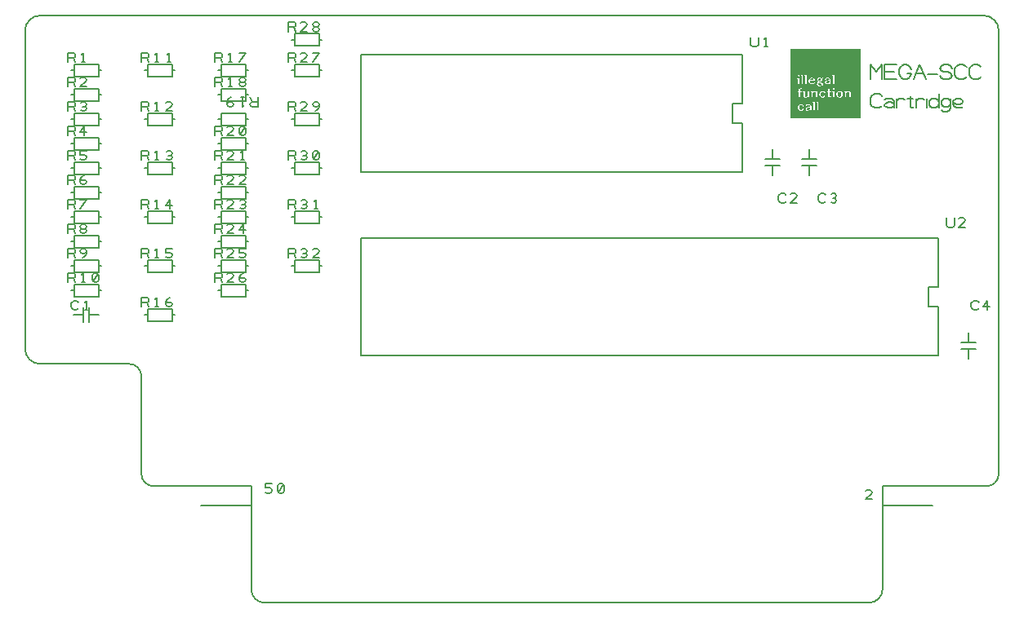
<source format=gbr>
G04 DesignSpark PCB PRO Gerber Version 10.0 Build 5299*
G04 #@! TF.Part,Single*
G04 #@! TF.FileFunction,Legend,Top*
G04 #@! TF.FilePolarity,Positive*
%FSLAX35Y35*%
%MOIN*%
%ADD90C,0.00197*%
%ADD11C,0.00500*%
%ADD91C,0.00787*%
G04 #@! TD.AperFunction*
X0Y0D02*
D02*
D11*
X32750Y140589D02*
Y144339D01*
X34937D01*
X35563Y144027D01*
X35875Y143402D01*
X35563Y142777D01*
X34937Y142464D01*
X32750D01*
X34937D02*
X35875Y140589D01*
X38375D02*
X39625D01*
X39000D02*
Y144339D01*
X38375Y143714D01*
X43063Y140902D02*
X43687Y140589D01*
X44313D01*
X44937Y140902D01*
X45250Y141527D01*
Y143402D01*
X44937Y144027D01*
X44313Y144339D01*
X43687D01*
X43063Y144027D01*
X42750Y143402D01*
Y141527D01*
X43063Y140902D01*
X44937Y144027D01*
X32750Y150589D02*
Y154339D01*
X34937D01*
X35563Y154027D01*
X35875Y153402D01*
X35563Y152777D01*
X34937Y152464D01*
X32750D01*
X34937D02*
X35875Y150589D01*
X38687D02*
X39313Y150902D01*
X39937Y151527D01*
X40250Y152464D01*
Y153402D01*
X39937Y154027D01*
X39313Y154339D01*
X38687D01*
X38063Y154027D01*
X37750Y153402D01*
X38063Y152777D01*
X38687Y152464D01*
X39313D01*
X39937Y152777D01*
X40250Y153402D01*
X32750Y160589D02*
Y164339D01*
X34937D01*
X35563Y164027D01*
X35875Y163402D01*
X35563Y162777D01*
X34937Y162464D01*
X32750D01*
X34937D02*
X35875Y160589D01*
X38687Y162464D02*
X39313D01*
X39937Y162777D01*
X40250Y163402D01*
X39937Y164027D01*
X39313Y164339D01*
X38687D01*
X38063Y164027D01*
X37750Y163402D01*
X38063Y162777D01*
X38687Y162464D01*
X38063Y162152D01*
X37750Y161527D01*
X38063Y160902D01*
X38687Y160589D01*
X39313D01*
X39937Y160902D01*
X40250Y161527D01*
X39937Y162152D01*
X39313Y162464D01*
X32750Y170589D02*
Y174339D01*
X34937D01*
X35563Y174027D01*
X35875Y173402D01*
X35563Y172777D01*
X34937Y172464D01*
X32750D01*
X34937D02*
X35875Y170589D01*
X37750D02*
X40250Y174339D01*
X37750D01*
X32750Y180589D02*
Y184339D01*
X34937D01*
X35563Y184027D01*
X35875Y183402D01*
X35563Y182777D01*
X34937Y182464D01*
X32750D01*
X34937D02*
X35875Y180589D01*
X37750Y181527D02*
X38063Y182152D01*
X38687Y182464D01*
X39313D01*
X39937Y182152D01*
X40250Y181527D01*
X39937Y180902D01*
X39313Y180589D01*
X38687D01*
X38063Y180902D01*
X37750Y181527D01*
Y182464D01*
X38063Y183402D01*
X38687Y184027D01*
X39313Y184339D01*
X32750Y190589D02*
Y194339D01*
X34937D01*
X35563Y194027D01*
X35875Y193402D01*
X35563Y192777D01*
X34937Y192464D01*
X32750D01*
X34937D02*
X35875Y190589D01*
X37750Y190902D02*
X38375Y190589D01*
X39313D01*
X39937Y190902D01*
X40250Y191527D01*
Y191839D01*
X39937Y192464D01*
X39313Y192777D01*
X37750D01*
Y194339D01*
X40250D01*
X32750Y200589D02*
Y204339D01*
X34937D01*
X35563Y204027D01*
X35875Y203402D01*
X35563Y202777D01*
X34937Y202464D01*
X32750D01*
X34937D02*
X35875Y200589D01*
X39313D02*
Y204339D01*
X37750Y201839D01*
X40250D01*
X32750Y210589D02*
Y214339D01*
X34937D01*
X35563Y214027D01*
X35875Y213402D01*
X35563Y212777D01*
X34937Y212464D01*
X32750D01*
X34937D02*
X35875Y210589D01*
X38063Y210902D02*
X38687Y210589D01*
X39313D01*
X39937Y210902D01*
X40250Y211527D01*
X39937Y212152D01*
X39313Y212464D01*
X38687D01*
X39313D02*
X39937Y212777D01*
X40250Y213402D01*
X39937Y214027D01*
X39313Y214339D01*
X38687D01*
X38063Y214027D01*
X32750Y220589D02*
Y224339D01*
X34937D01*
X35563Y224027D01*
X35875Y223402D01*
X35563Y222777D01*
X34937Y222464D01*
X32750D01*
X34937D02*
X35875Y220589D01*
X40250D02*
X37750D01*
X39937Y222777D01*
X40250Y223402D01*
X39937Y224027D01*
X39313Y224339D01*
X38375D01*
X37750Y224027D01*
X32750Y230589D02*
Y234339D01*
X34937D01*
X35563Y234027D01*
X35875Y233402D01*
X35563Y232777D01*
X34937Y232464D01*
X32750D01*
X34937D02*
X35875Y230589D01*
X38375D02*
X39625D01*
X39000D02*
Y234339D01*
X38375Y233714D01*
X37125Y129964D02*
X36813Y129652D01*
X36187Y129339D01*
X35250D01*
X34625Y129652D01*
X34313Y129964D01*
X34000Y130589D01*
Y131839D01*
X34313Y132464D01*
X34625Y132777D01*
X35250Y133089D01*
X36187D01*
X36813Y132777D01*
X37125Y132464D01*
X39625Y129339D02*
X40875D01*
X40250D02*
Y133089D01*
X39625Y132464D01*
X35250Y137152D02*
X34000D01*
X35250Y147152D02*
X34000D01*
X35250Y157152D02*
X34000D01*
X35250Y167152D02*
X34000D01*
X35250Y177152D02*
X34000D01*
X35250Y187152D02*
X34000D01*
X35250Y197152D02*
X34000D01*
X35250Y207152D02*
X34000D01*
X35250Y217152D02*
X34000D01*
X35250Y227152D02*
X34000D01*
X39000Y124152D02*
Y130152D01*
Y127152D02*
X35000D01*
X41500Y124152D02*
Y130152D01*
X45250Y137152D02*
X46500D01*
X45250Y139652D02*
X35250D01*
Y134652D01*
X45250D01*
Y139652D01*
Y147152D02*
X46500D01*
X45250Y149652D02*
X35250D01*
Y144652D01*
X45250D01*
Y149652D01*
Y157152D02*
X46500D01*
X45250Y159652D02*
X35250D01*
Y154652D01*
X45250D01*
Y159652D01*
Y167152D02*
X46500D01*
X45250Y169652D02*
X35250D01*
Y164652D01*
X45250D01*
Y169652D01*
Y177152D02*
X46500D01*
X45250Y179652D02*
X35250D01*
Y174652D01*
X45250D01*
Y179652D01*
Y187152D02*
X46500D01*
X45250Y189652D02*
X35250D01*
Y184652D01*
X45250D01*
Y189652D01*
Y197152D02*
X46500D01*
X45250Y199652D02*
X35250D01*
Y194652D01*
X45250D01*
Y199652D01*
Y207152D02*
X46500D01*
X45250Y209652D02*
X35250D01*
Y204652D01*
X45250D01*
Y209652D01*
Y217152D02*
X46500D01*
X45250Y219652D02*
X35250D01*
Y214652D01*
X45250D01*
Y219652D01*
Y227152D02*
X46500D01*
X45250Y229652D02*
X35250D01*
Y224652D01*
X45250D01*
Y229652D01*
X45500Y127152D02*
X41500D01*
X62750Y130589D02*
Y134339D01*
X64937D01*
X65563Y134027D01*
X65875Y133402D01*
X65563Y132777D01*
X64937Y132464D01*
X62750D01*
X64937D02*
X65875Y130589D01*
X68375D02*
X69625D01*
X69000D02*
Y134339D01*
X68375Y133714D01*
X72750Y131527D02*
X73063Y132152D01*
X73687Y132464D01*
X74313D01*
X74937Y132152D01*
X75250Y131527D01*
X74937Y130902D01*
X74313Y130589D01*
X73687D01*
X73063Y130902D01*
X72750Y131527D01*
Y132464D01*
X73063Y133402D01*
X73687Y134027D01*
X74313Y134339D01*
X62750Y150589D02*
Y154339D01*
X64937D01*
X65563Y154027D01*
X65875Y153402D01*
X65563Y152777D01*
X64937Y152464D01*
X62750D01*
X64937D02*
X65875Y150589D01*
X68375D02*
X69625D01*
X69000D02*
Y154339D01*
X68375Y153714D01*
X72750Y150902D02*
X73375Y150589D01*
X74313D01*
X74937Y150902D01*
X75250Y151527D01*
Y151839D01*
X74937Y152464D01*
X74313Y152777D01*
X72750D01*
Y154339D01*
X75250D01*
X62750Y170589D02*
Y174339D01*
X64937D01*
X65563Y174027D01*
X65875Y173402D01*
X65563Y172777D01*
X64937Y172464D01*
X62750D01*
X64937D02*
X65875Y170589D01*
X68375D02*
X69625D01*
X69000D02*
Y174339D01*
X68375Y173714D01*
X74313Y170589D02*
Y174339D01*
X72750Y171839D01*
X75250D01*
X62750Y190589D02*
Y194339D01*
X64937D01*
X65563Y194027D01*
X65875Y193402D01*
X65563Y192777D01*
X64937Y192464D01*
X62750D01*
X64937D02*
X65875Y190589D01*
X68375D02*
X69625D01*
X69000D02*
Y194339D01*
X68375Y193714D01*
X73063Y190902D02*
X73687Y190589D01*
X74313D01*
X74937Y190902D01*
X75250Y191527D01*
X74937Y192152D01*
X74313Y192464D01*
X73687D01*
X74313D02*
X74937Y192777D01*
X75250Y193402D01*
X74937Y194027D01*
X74313Y194339D01*
X73687D01*
X73063Y194027D01*
X62750Y210589D02*
Y214339D01*
X64937D01*
X65563Y214027D01*
X65875Y213402D01*
X65563Y212777D01*
X64937Y212464D01*
X62750D01*
X64937D02*
X65875Y210589D01*
X68375D02*
X69625D01*
X69000D02*
Y214339D01*
X68375Y213714D01*
X75250Y210589D02*
X72750D01*
X74937Y212777D01*
X75250Y213402D01*
X74937Y214027D01*
X74313Y214339D01*
X73375D01*
X72750Y214027D01*
X62750Y230589D02*
Y234339D01*
X64937D01*
X65563Y234027D01*
X65875Y233402D01*
X65563Y232777D01*
X64937Y232464D01*
X62750D01*
X64937D02*
X65875Y230589D01*
X68375D02*
X69625D01*
X69000D02*
Y234339D01*
X68375Y233714D01*
X73375Y230589D02*
X74625D01*
X74000D02*
Y234339D01*
X73375Y233714D01*
X65250Y127152D02*
X64000D01*
X65250Y147152D02*
X64000D01*
X65250Y167152D02*
X64000D01*
X65250Y187152D02*
X64000D01*
X65250Y207152D02*
X64000D01*
X65250Y227152D02*
X64000D01*
X75250Y127152D02*
X76500D01*
X75250Y129652D02*
X65250D01*
Y124652D01*
X75250D01*
Y129652D01*
Y147152D02*
X76500D01*
X75250Y149652D02*
X65250D01*
Y144652D01*
X75250D01*
Y149652D01*
Y167152D02*
X76500D01*
X75250Y169652D02*
X65250D01*
Y164652D01*
X75250D01*
Y169652D01*
Y187152D02*
X76500D01*
X75250Y189652D02*
X65250D01*
Y184652D01*
X75250D01*
Y189652D01*
Y207152D02*
X76500D01*
X75250Y209652D02*
X65250D01*
Y204652D01*
X75250D01*
Y209652D01*
Y227152D02*
X76500D01*
X75250Y229652D02*
X65250D01*
Y224652D01*
X75250D01*
Y229652D01*
X92750Y140589D02*
Y144339D01*
X94937D01*
X95563Y144027D01*
X95875Y143402D01*
X95563Y142777D01*
X94937Y142464D01*
X92750D01*
X94937D02*
X95875Y140589D01*
X100250D02*
X97750D01*
X99937Y142777D01*
X100250Y143402D01*
X99937Y144027D01*
X99313Y144339D01*
X98375D01*
X97750Y144027D01*
X102750Y141527D02*
X103063Y142152D01*
X103687Y142464D01*
X104313D01*
X104937Y142152D01*
X105250Y141527D01*
X104937Y140902D01*
X104313Y140589D01*
X103687D01*
X103063Y140902D01*
X102750Y141527D01*
Y142464D01*
X103063Y143402D01*
X103687Y144027D01*
X104313Y144339D01*
X92750Y150589D02*
Y154339D01*
X94937D01*
X95563Y154027D01*
X95875Y153402D01*
X95563Y152777D01*
X94937Y152464D01*
X92750D01*
X94937D02*
X95875Y150589D01*
X100250D02*
X97750D01*
X99937Y152777D01*
X100250Y153402D01*
X99937Y154027D01*
X99313Y154339D01*
X98375D01*
X97750Y154027D01*
X102750Y150902D02*
X103375Y150589D01*
X104313D01*
X104937Y150902D01*
X105250Y151527D01*
Y151839D01*
X104937Y152464D01*
X104313Y152777D01*
X102750D01*
Y154339D01*
X105250D01*
X92750Y160589D02*
Y164339D01*
X94937D01*
X95563Y164027D01*
X95875Y163402D01*
X95563Y162777D01*
X94937Y162464D01*
X92750D01*
X94937D02*
X95875Y160589D01*
X100250D02*
X97750D01*
X99937Y162777D01*
X100250Y163402D01*
X99937Y164027D01*
X99313Y164339D01*
X98375D01*
X97750Y164027D01*
X104313Y160589D02*
Y164339D01*
X102750Y161839D01*
X105250D01*
X92750Y170589D02*
Y174339D01*
X94937D01*
X95563Y174027D01*
X95875Y173402D01*
X95563Y172777D01*
X94937Y172464D01*
X92750D01*
X94937D02*
X95875Y170589D01*
X100250D02*
X97750D01*
X99937Y172777D01*
X100250Y173402D01*
X99937Y174027D01*
X99313Y174339D01*
X98375D01*
X97750Y174027D01*
X103063Y170902D02*
X103687Y170589D01*
X104313D01*
X104937Y170902D01*
X105250Y171527D01*
X104937Y172152D01*
X104313Y172464D01*
X103687D01*
X104313D02*
X104937Y172777D01*
X105250Y173402D01*
X104937Y174027D01*
X104313Y174339D01*
X103687D01*
X103063Y174027D01*
X92750Y180589D02*
Y184339D01*
X94937D01*
X95563Y184027D01*
X95875Y183402D01*
X95563Y182777D01*
X94937Y182464D01*
X92750D01*
X94937D02*
X95875Y180589D01*
X100250D02*
X97750D01*
X99937Y182777D01*
X100250Y183402D01*
X99937Y184027D01*
X99313Y184339D01*
X98375D01*
X97750Y184027D01*
X105250Y180589D02*
X102750D01*
X104937Y182777D01*
X105250Y183402D01*
X104937Y184027D01*
X104313Y184339D01*
X103375D01*
X102750Y184027D01*
X92750Y190589D02*
Y194339D01*
X94937D01*
X95563Y194027D01*
X95875Y193402D01*
X95563Y192777D01*
X94937Y192464D01*
X92750D01*
X94937D02*
X95875Y190589D01*
X100250D02*
X97750D01*
X99937Y192777D01*
X100250Y193402D01*
X99937Y194027D01*
X99313Y194339D01*
X98375D01*
X97750Y194027D01*
X103375Y190589D02*
X104625D01*
X104000D02*
Y194339D01*
X103375Y193714D01*
X92750Y200589D02*
Y204339D01*
X94937D01*
X95563Y204027D01*
X95875Y203402D01*
X95563Y202777D01*
X94937Y202464D01*
X92750D01*
X94937D02*
X95875Y200589D01*
X100250D02*
X97750D01*
X99937Y202777D01*
X100250Y203402D01*
X99937Y204027D01*
X99313Y204339D01*
X98375D01*
X97750Y204027D01*
X103063Y200902D02*
X103687Y200589D01*
X104313D01*
X104937Y200902D01*
X105250Y201527D01*
Y203402D01*
X104937Y204027D01*
X104313Y204339D01*
X103687D01*
X103063Y204027D01*
X102750Y203402D01*
Y201527D01*
X103063Y200902D01*
X104937Y204027D01*
X92750Y220589D02*
Y224339D01*
X94937D01*
X95563Y224027D01*
X95875Y223402D01*
X95563Y222777D01*
X94937Y222464D01*
X92750D01*
X94937D02*
X95875Y220589D01*
X98375D02*
X99625D01*
X99000D02*
Y224339D01*
X98375Y223714D01*
X103687Y222464D02*
X104313D01*
X104937Y222777D01*
X105250Y223402D01*
X104937Y224027D01*
X104313Y224339D01*
X103687D01*
X103063Y224027D01*
X102750Y223402D01*
X103063Y222777D01*
X103687Y222464D01*
X103063Y222152D01*
X102750Y221527D01*
X103063Y220902D01*
X103687Y220589D01*
X104313D01*
X104937Y220902D01*
X105250Y221527D01*
X104937Y222152D01*
X104313Y222464D01*
X92750Y230589D02*
Y234339D01*
X94937D01*
X95563Y234027D01*
X95875Y233402D01*
X95563Y232777D01*
X94937Y232464D01*
X92750D01*
X94937D02*
X95875Y230589D01*
X98375D02*
X99625D01*
X99000D02*
Y234339D01*
X98375Y233714D01*
X102750Y230589D02*
X105250Y234339D01*
X102750D01*
X95250Y137152D02*
X94000D01*
X95250Y147152D02*
X94000D01*
X95250Y157152D02*
X94000D01*
X95250Y167152D02*
X94000D01*
X95250Y177152D02*
X94000D01*
X95250Y187152D02*
X94000D01*
X95250Y197152D02*
X94000D01*
X95250Y207152D02*
X94000D01*
X95250Y217152D02*
X94000D01*
X95250Y227152D02*
X94000D01*
X105250Y137152D02*
X106500D01*
X105250Y139652D02*
X95250D01*
Y134652D01*
X105250D01*
Y139652D01*
Y147152D02*
X106500D01*
X105250Y149652D02*
X95250D01*
Y144652D01*
X105250D01*
Y149652D01*
Y157152D02*
X106500D01*
X105250Y159652D02*
X95250D01*
Y154652D01*
X105250D01*
Y159652D01*
Y167152D02*
X106500D01*
X105250Y169652D02*
X95250D01*
Y164652D01*
X105250D01*
Y169652D01*
Y177152D02*
X106500D01*
X105250Y179652D02*
X95250D01*
Y174652D01*
X105250D01*
Y179652D01*
Y187152D02*
X106500D01*
X105250Y189652D02*
X95250D01*
Y184652D01*
X105250D01*
Y189652D01*
Y197152D02*
X106500D01*
X105250Y199652D02*
X95250D01*
Y194652D01*
X105250D01*
Y199652D01*
Y207152D02*
X106500D01*
X105250Y209652D02*
X95250D01*
Y204652D01*
X105250D01*
Y209652D01*
Y217152D02*
X106500D01*
X105250Y219652D02*
X95250D01*
Y214652D01*
X105250D01*
Y219652D01*
Y227152D02*
X106500D01*
X105250Y229652D02*
X95250D01*
Y224652D01*
X105250D01*
Y229652D01*
X110250Y216214D02*
Y212464D01*
X108063D01*
X107437Y212776D01*
X107125Y213402D01*
X107437Y214026D01*
X108063Y214339D01*
X110250D01*
X108063D02*
X107125Y216214D01*
X104625D02*
X103375D01*
X104000D02*
Y212464D01*
X104625Y213089D01*
X99313Y216214D02*
X98687Y215902D01*
X98063Y215276D01*
X97750Y214339D01*
Y213402D01*
X98063Y212776D01*
X98687Y212464D01*
X99313D01*
X99937Y212776D01*
X100250Y213402D01*
X99937Y214026D01*
X99313Y214339D01*
X98687D01*
X98063Y214026D01*
X97750Y213402D01*
X112946Y9569D02*
G75*
G02*
X107666Y14849I0J5280D01*
G01*
Y57207D01*
X67750D01*
G75*
G02*
X62750Y62207I0J5000D01*
G01*
Y102207D01*
G75*
G03*
X57750Y107207I-5000J0D01*
G01*
X21500D01*
G75*
G02*
X15250Y113457I0J6250D01*
G01*
Y243402D01*
G75*
G02*
X21500Y249652I6250J0D01*
G01*
X406500D01*
G75*
G02*
X412750Y243402I0J-6250D01*
G01*
Y62207D01*
G75*
G02*
X407750Y57207I-5000J0D01*
G01*
X365304D01*
Y15066D01*
G75*
G02*
X359806Y9569I-5497J0D01*
G01*
X112946D01*
X122750Y150589D02*
Y154339D01*
X124937D01*
X125563Y154027D01*
X125875Y153402D01*
X125563Y152777D01*
X124937Y152464D01*
X122750D01*
X124937D02*
X125875Y150589D01*
X128063Y150902D02*
X128687Y150589D01*
X129313D01*
X129937Y150902D01*
X130250Y151527D01*
X129937Y152152D01*
X129313Y152464D01*
X128687D01*
X129313D02*
X129937Y152777D01*
X130250Y153402D01*
X129937Y154027D01*
X129313Y154339D01*
X128687D01*
X128063Y154027D01*
X135250Y150589D02*
X132750D01*
X134937Y152777D01*
X135250Y153402D01*
X134937Y154027D01*
X134313Y154339D01*
X133375D01*
X132750Y154027D01*
X122750Y170589D02*
Y174339D01*
X124937D01*
X125563Y174027D01*
X125875Y173402D01*
X125563Y172777D01*
X124937Y172464D01*
X122750D01*
X124937D02*
X125875Y170589D01*
X128063Y170902D02*
X128687Y170589D01*
X129313D01*
X129937Y170902D01*
X130250Y171527D01*
X129937Y172152D01*
X129313Y172464D01*
X128687D01*
X129313D02*
X129937Y172777D01*
X130250Y173402D01*
X129937Y174027D01*
X129313Y174339D01*
X128687D01*
X128063Y174027D01*
X133375Y170589D02*
X134625D01*
X134000D02*
Y174339D01*
X133375Y173714D01*
X122750Y190589D02*
Y194339D01*
X124937D01*
X125563Y194027D01*
X125875Y193402D01*
X125563Y192777D01*
X124937Y192464D01*
X122750D01*
X124937D02*
X125875Y190589D01*
X128063Y190902D02*
X128687Y190589D01*
X129313D01*
X129937Y190902D01*
X130250Y191527D01*
X129937Y192152D01*
X129313Y192464D01*
X128687D01*
X129313D02*
X129937Y192777D01*
X130250Y193402D01*
X129937Y194027D01*
X129313Y194339D01*
X128687D01*
X128063Y194027D01*
X133063Y190902D02*
X133687Y190589D01*
X134313D01*
X134937Y190902D01*
X135250Y191527D01*
Y193402D01*
X134937Y194027D01*
X134313Y194339D01*
X133687D01*
X133063Y194027D01*
X132750Y193402D01*
Y191527D01*
X133063Y190902D01*
X134937Y194027D01*
X122750Y210589D02*
Y214339D01*
X124937D01*
X125563Y214027D01*
X125875Y213402D01*
X125563Y212777D01*
X124937Y212464D01*
X122750D01*
X124937D02*
X125875Y210589D01*
X130250D02*
X127750D01*
X129937Y212777D01*
X130250Y213402D01*
X129937Y214027D01*
X129313Y214339D01*
X128375D01*
X127750Y214027D01*
X133687Y210589D02*
X134313Y210902D01*
X134937Y211527D01*
X135250Y212464D01*
Y213402D01*
X134937Y214027D01*
X134313Y214339D01*
X133687D01*
X133063Y214027D01*
X132750Y213402D01*
X133063Y212777D01*
X133687Y212464D01*
X134313D01*
X134937Y212777D01*
X135250Y213402D01*
X122750Y230589D02*
Y234339D01*
X124937D01*
X125563Y234027D01*
X125875Y233402D01*
X125563Y232777D01*
X124937Y232464D01*
X122750D01*
X124937D02*
X125875Y230589D01*
X130250D02*
X127750D01*
X129937Y232777D01*
X130250Y233402D01*
X129937Y234027D01*
X129313Y234339D01*
X128375D01*
X127750Y234027D01*
X132750Y230589D02*
X135250Y234339D01*
X132750D01*
X122750Y243089D02*
Y246839D01*
X124937D01*
X125563Y246527D01*
X125875Y245902D01*
X125563Y245277D01*
X124937Y244964D01*
X122750D01*
X124937D02*
X125875Y243089D01*
X130250D02*
X127750D01*
X129937Y245277D01*
X130250Y245902D01*
X129937Y246527D01*
X129313Y246839D01*
X128375D01*
X127750Y246527D01*
X133687Y244964D02*
X134313D01*
X134937Y245277D01*
X135250Y245902D01*
X134937Y246527D01*
X134313Y246839D01*
X133687D01*
X133063Y246527D01*
X132750Y245902D01*
X133063Y245277D01*
X133687Y244964D01*
X133063Y244652D01*
X132750Y244027D01*
X133063Y243402D01*
X133687Y243089D01*
X134313D01*
X134937Y243402D01*
X135250Y244027D01*
X134937Y244652D01*
X134313Y244964D01*
X125250Y147152D02*
X124000D01*
X125250Y167152D02*
X124000D01*
X125250Y187152D02*
X124000D01*
X125250Y207152D02*
X124000D01*
X125250Y227152D02*
X124000D01*
X125250Y237152D02*
X135250D01*
Y242152D01*
X125250D01*
Y237152D01*
Y239652D02*
X124000D01*
X135250Y147152D02*
X136500D01*
X135250Y149652D02*
X125250D01*
Y144652D01*
X135250D01*
Y149652D01*
Y167152D02*
X136500D01*
X135250Y169652D02*
X125250D01*
Y164652D01*
X135250D01*
Y169652D01*
Y187152D02*
X136500D01*
X135250Y189652D02*
X125250D01*
Y184652D01*
X135250D01*
Y189652D01*
Y207152D02*
X136500D01*
X135250Y209652D02*
X125250D01*
Y204652D01*
X135250D01*
Y209652D01*
Y227152D02*
X136500D01*
X135250Y229652D02*
X125250D01*
Y224652D01*
X135250D01*
Y229652D01*
Y239652D02*
X136500D01*
X308006Y185695D02*
X152494D01*
Y233608D01*
X308006D01*
Y213589D01*
X304069D01*
Y205715D01*
X308006D01*
Y185695D01*
X311500Y240589D02*
Y237777D01*
X311813Y237152D01*
X312437Y236839D01*
X313687D01*
X314313Y237152D01*
X314625Y237777D01*
Y240589D01*
X317125Y236839D02*
X318375D01*
X317750D02*
Y240589D01*
X317125Y239964D01*
X317250Y188402D02*
X323250D01*
X317250Y190902D02*
X323250D01*
X320250Y184402D02*
Y188402D01*
Y190902D02*
Y194902D01*
X325875Y173714D02*
X325563Y173402D01*
X324937Y173089D01*
X324000D01*
X323375Y173402D01*
X323063Y173714D01*
X322750Y174339D01*
Y175589D01*
X323063Y176214D01*
X323375Y176527D01*
X324000Y176839D01*
X324937D01*
X325563Y176527D01*
X325875Y176214D01*
X330250Y173089D02*
X327750D01*
X329937Y175277D01*
X330250Y175902D01*
X329937Y176527D01*
X329313Y176839D01*
X328375D01*
X327750Y176527D01*
X332250Y188402D02*
X338250D01*
X332250Y190902D02*
X338250D01*
X335250Y184402D02*
Y188402D01*
Y190902D02*
Y194902D01*
X342125Y173714D02*
X341813Y173402D01*
X341187Y173089D01*
X340250D01*
X339625Y173402D01*
X339313Y173714D01*
X339000Y174339D01*
Y175589D01*
X339313Y176214D01*
X339625Y176527D01*
X340250Y176839D01*
X341187D01*
X341813Y176527D01*
X342125Y176214D01*
X344313Y173402D02*
X344937Y173089D01*
X345563D01*
X346187Y173402D01*
X346500Y174027D01*
X346187Y174652D01*
X345563Y174964D01*
X344937D01*
X345563D02*
X346187Y175277D01*
X346500Y175902D01*
X346187Y176527D01*
X345563Y176839D01*
X344937D01*
X344313Y176527D01*
X388006Y110695D02*
X152494D01*
Y158608D01*
X388006D01*
Y138589D01*
X384069D01*
Y130715D01*
X388006D01*
Y110695D01*
X391500Y166839D02*
Y164027D01*
X391813Y163402D01*
X392437Y163089D01*
X393687D01*
X394313Y163402D01*
X394625Y164027D01*
Y166839D01*
X399000Y163089D02*
X396500D01*
X398687Y165277D01*
X399000Y165902D01*
X398687Y166527D01*
X398063Y166839D01*
X397125D01*
X396500Y166527D01*
X397250Y113402D02*
X403250D01*
X397250Y115902D02*
X403250D01*
X400250Y109402D02*
Y113402D01*
Y115902D02*
Y119902D01*
X404625Y129964D02*
X404313Y129652D01*
X403687Y129339D01*
X402750D01*
X402125Y129652D01*
X401813Y129964D01*
X401500Y130589D01*
Y131839D01*
X401813Y132464D01*
X402125Y132777D01*
X402750Y133089D01*
X403687D01*
X404313Y132777D01*
X404625Y132464D01*
X408063Y129339D02*
Y133089D01*
X406500Y130589D01*
X409000D01*
D02*
D90*
X327750Y207902D02*
X356050D01*
X327750Y208402D02*
X356050D01*
X327750Y208902D02*
X356050D01*
X327750Y209702D02*
X356050D01*
X327750Y210202D02*
X356050D01*
X327750Y210702D02*
X331550D01*
X327750Y211202D02*
X330650D01*
X327750Y211702D02*
X330350D01*
X327750Y212202D02*
X330350D01*
X327750Y212702D02*
X330450D01*
X327750Y213202D02*
X330650D01*
X327750Y213502D02*
X331050D01*
X327750Y214002D02*
X336750D01*
X327750Y214502D02*
X336450D01*
X327750Y215002D02*
X356050D01*
X327750Y215502D02*
X356050D01*
X327750Y216002D02*
X356050D01*
X327750Y216502D02*
X330750Y216502D01*
X327750Y217002D02*
X330750Y217002D01*
X327750Y217302D02*
X330750Y217301D01*
X327750Y217802D02*
X330750Y217801D01*
X327750Y218302D02*
X330750D01*
X327750Y218802D02*
X330250D01*
X327750Y219302D02*
X330750D01*
X327750Y219802D02*
X330850Y219802D01*
X327750Y220302D02*
X356050D01*
X327750Y220802D02*
X338950Y220801D01*
X327750Y221102D02*
X338250D01*
X327750Y221602D02*
X335750D01*
X327750Y222102D02*
X330450D01*
X327750Y222602D02*
X330450D01*
X327750Y223102D02*
X330450D01*
X327750Y223602D02*
X330450D01*
X327750Y224102D02*
X330150D01*
X327750Y224602D02*
X331950D01*
X327750Y225402D02*
X330350D01*
X327750Y225902D02*
X356050D01*
X327750Y226402D02*
X356050D01*
X327750Y226902D02*
X356050D01*
X327750Y227402D02*
X356050D01*
X327750Y227902D02*
X356050D01*
X327750Y228402D02*
X356050D01*
X327750Y229202D02*
X356050D01*
X327750Y229702D02*
X356050D01*
X327750Y230202D02*
X356050D01*
X327750Y230702D02*
X356050D01*
X327750Y231202D02*
X356050D01*
X327750Y231702D02*
X356050D01*
X327750Y232202D02*
X356050D01*
X327750Y232702D02*
X356050D01*
X327750Y233002D02*
X356050D01*
X327750Y233502D02*
X356050D01*
X327750Y234002D02*
X356050D01*
X327750Y234502D02*
X356050D01*
X327750Y235002D02*
X356050D01*
X327750Y235502D02*
X356050D01*
X327750Y236002D02*
X356050D01*
X327750Y208002D02*
X356050Y208001D01*
X327750Y208102D02*
X356050D01*
X327750Y208201D02*
X356050Y208202D01*
X327750Y208302D02*
X356050D01*
X327750Y208502D02*
X356051D01*
X327750Y208602D02*
X356050D01*
X327750Y208701D02*
X356050Y208702D01*
X327750Y208802D02*
X356050D01*
X327750Y209002D02*
X356051D01*
X327750Y209102D02*
X356050Y209101D01*
X327750Y209201D02*
X356050Y209202D01*
X327750Y209302D02*
X356050D01*
X327750Y209402D02*
X356050D01*
X327750Y209502D02*
X356051D01*
X327750Y209602D02*
X356050Y209601D01*
X327750Y209802D02*
X356050D01*
X327750Y209902D02*
X356050D01*
X327750Y210002D02*
X356051D01*
X327750Y210102D02*
X356050Y210101D01*
X327750Y210302D02*
X356050Y210302D01*
X327750Y210402D02*
X356050D01*
X327750Y210502D02*
X356051D01*
X327750Y210602D02*
X356050Y210601D01*
X327750Y210802D02*
X331150Y210802D01*
X327750Y210902D02*
X330950D01*
X327750Y211001D02*
X330750Y211002D01*
X327750Y211102D02*
X330650Y211101D01*
X327750Y211302D02*
X330550D01*
X327750Y211402D02*
X330450D01*
X327750Y211501D02*
X330450Y211502D01*
X327750Y211602D02*
X330450D01*
X327750Y211802D02*
X330350D01*
X327750Y211902D02*
X330351D01*
X327750Y212001D02*
X330350D01*
X327750Y212102D02*
X330350D01*
X327750Y212302D02*
X330350D01*
X327750Y212402D02*
X330351D01*
X327750Y212501D02*
X330350Y212502D01*
X327750Y212602D02*
X330350D01*
X327750Y212802D02*
X330450D01*
X327750Y212902D02*
X330450D01*
X327750Y213001D02*
X330550Y213002D01*
X327750Y213102D02*
X330650D01*
X327750Y213302D02*
X330750D01*
X327750Y213402D02*
X330950D01*
X327750Y213602D02*
X331350D01*
X327750Y213702D02*
X336750D01*
X327750Y213802D02*
X336750D01*
X327750Y213902D02*
X336750Y213901D01*
X327750Y214102D02*
X336750D01*
X327750Y214202D02*
X336450Y214201D01*
X327750Y214302D02*
X336450D01*
X327750Y214402D02*
X336450Y214402D01*
X327750Y214602D02*
X336450Y214602D01*
X327750Y214702D02*
X356050D01*
X327750Y214801D02*
X356051D01*
X327750Y214902D02*
X356050D01*
X327750Y215102D02*
X356050Y215101D01*
X327750Y215202D02*
X356050D01*
X327750Y215302D02*
X356050Y215302D01*
X327750Y215402D02*
X356050D01*
X327750Y215602D02*
X356050Y215601D01*
X327750Y215702D02*
X356050D01*
X327750Y215801D02*
X356050Y215802D01*
X327750Y215902D02*
X356050D01*
X327750Y216102D02*
X356051D01*
X327750Y216202D02*
X333150Y216202D01*
X327750Y216301D02*
X330750Y216302D01*
X327750Y216402D02*
X330750D01*
X327750Y216602D02*
X330750Y216601D01*
X327750Y216702D02*
X330750D01*
X327750Y216801D02*
X330750D01*
X327750Y216902D02*
X330750D01*
X327750Y217102D02*
X330750Y217101D01*
X327750Y217202D02*
X330750D01*
X327750Y217402D02*
X330750D01*
X327750Y217502D02*
X330750D01*
X327750Y217602D02*
X330750D01*
X327750Y217702D02*
X330750D01*
X327750Y217902D02*
X330750D01*
X327750Y218002D02*
X330750D01*
X327750Y218102D02*
X330750Y218102D01*
X327750Y218202D02*
X330750D01*
X327750Y218402D02*
X330250D01*
X327750Y218502D02*
X330250D01*
X327750Y218601D02*
X330250Y218602D01*
X327750Y218702D02*
X330250D01*
X327750Y218902D02*
X330250Y218901D01*
X327750Y219002D02*
X330750D01*
X327750Y219102D02*
X330750Y219102D01*
X327750Y219202D02*
X330750D01*
X327750Y219402D02*
X330750Y219401D01*
X327750Y219502D02*
X330750D01*
X327750Y219601D02*
X330750Y219602D01*
X327750Y219702D02*
X330750D01*
X327750Y219902D02*
X330850D01*
X327750Y220002D02*
X330950D01*
X327750Y220101D02*
X331250Y220102D01*
X327750Y220202D02*
X344850D01*
X327750Y220402D02*
X356051D01*
X327750Y220502D02*
X356050Y220501D01*
X327750Y220601D02*
X356050Y220602D01*
X327750Y220702D02*
X356050D01*
X327750Y220902D02*
X338550D01*
X327750Y221002D02*
X338350D01*
X327750Y221202D02*
X338250D01*
X327750Y221302D02*
X338150D01*
X327750Y221402D02*
X338150D01*
X327750Y221502D02*
X338150D01*
X327750Y221702D02*
X330450D01*
X327750Y221802D02*
X330450D01*
X327750Y221902D02*
X330450D01*
X327750Y222002D02*
X330450D01*
X327750Y222202D02*
X330450D01*
X327750Y222302D02*
X330450D01*
X327750Y222401D02*
X330450Y222402D01*
X327750Y222502D02*
X330450D01*
X327750Y222702D02*
X330450D01*
X327750Y222802D02*
X330450D01*
X327750Y222902D02*
X330450D01*
X327750Y223002D02*
X330450D01*
X327750Y223202D02*
X330450D01*
X327750Y223302D02*
X330450D01*
X327750Y223401D02*
X330450Y223402D01*
X327750Y223502D02*
X330450D01*
X327750Y223702D02*
X330450D01*
X327750Y223802D02*
X330150D01*
X327750Y223901D02*
X330150Y223902D01*
X327750Y224002D02*
X330150D01*
X327750Y224202D02*
X330150D01*
X327750Y224302D02*
X330150Y224301D01*
X327750Y224401D02*
X331950Y224402D01*
X327750Y224502D02*
X331950D01*
X327750Y224702D02*
X331950D01*
X327750Y224802D02*
X330550D01*
X327750Y224901D02*
X330450Y224902D01*
X327750Y225002D02*
X330350D01*
X327750Y225102D02*
X330350Y225101D01*
X327750Y225202D02*
X330350D01*
X327750Y225302D02*
X330350Y225302D01*
X327750Y225502D02*
X330450D01*
X327750Y225602D02*
X330550D01*
X327750Y225702D02*
X356051D01*
X327750Y225802D02*
X356050Y225801D01*
X327750Y226002D02*
X356050Y226002D01*
X327750Y226102D02*
X356050D01*
X327750Y226201D02*
X356051D01*
X327750Y226302D02*
X356050Y226301D01*
X327750Y226502D02*
X356050Y226501D01*
X327750Y226602D02*
X356050D01*
X327750Y226701D02*
X356051D01*
X327750Y226802D02*
X356050D01*
X327750Y227002D02*
X356050Y227001D01*
X327750Y227102D02*
X356050D01*
X327750Y227201D02*
X356050Y227202D01*
X327750Y227302D02*
X356050D01*
X327750Y227502D02*
X356050Y227501D01*
X327750Y227602D02*
X356050D01*
X327750Y227701D02*
X356050Y227702D01*
X327750Y227802D02*
X356050D01*
X327750Y228002D02*
X356051D01*
X327750Y228102D02*
X356050D01*
X327750Y228201D02*
X356050Y228202D01*
X327750Y228302D02*
X356050D01*
X327750Y228502D02*
X356051D01*
X327750Y228602D02*
X356050Y228601D01*
X327750Y228701D02*
X356050Y228702D01*
X327750Y228802D02*
X356050D01*
X327750Y228902D02*
X356050D01*
X327750Y229002D02*
X356051D01*
X327750Y229102D02*
X356050Y229101D01*
X327750Y229302D02*
X356050D01*
X327750Y229402D02*
X356050D01*
X327750Y229502D02*
X356051D01*
X327750Y229602D02*
X356050Y229601D01*
X327750Y229802D02*
X356050Y229802D01*
X327750Y229902D02*
X356050D01*
X327750Y230002D02*
X356051D01*
X327750Y230102D02*
X356050Y230101D01*
X327750Y230302D02*
X356050Y230301D01*
X327750Y230402D02*
X356050D01*
X327750Y230501D02*
X356051D01*
X327750Y230602D02*
X356050D01*
X327750Y230802D02*
X356050Y230801D01*
X327750Y230902D02*
X356050D01*
X327750Y231001D02*
X356050Y231002D01*
X327750Y231102D02*
X356050D01*
X327750Y231302D02*
X356050Y231301D01*
X327750Y231402D02*
X356050D01*
X327750Y231501D02*
X356050Y231502D01*
X327750Y231602D02*
X356050D01*
X327750Y231802D02*
X356051D01*
X327750Y231902D02*
X356050D01*
X327750Y232001D02*
X356050Y232002D01*
X327750Y232102D02*
X356050D01*
X327750Y232302D02*
X356051D01*
X327750Y232402D02*
X356050Y232401D01*
X327750Y232501D02*
X356050Y232502D01*
X327750Y232602D02*
X356050D01*
X327750Y232802D02*
X356051D01*
X327750Y232902D02*
X356050Y232901D01*
X327750Y233102D02*
X356050D01*
X327750Y233202D02*
X356050D01*
X327750Y233302D02*
X356051D01*
X327750Y233402D02*
X356050Y233401D01*
X327750Y233602D02*
X356050Y233602D01*
X327750Y233702D02*
X356050D01*
X327750Y233802D02*
X356051D01*
X327750Y233902D02*
X356050Y233901D01*
X327750Y234102D02*
X356050D01*
X327750Y234202D02*
X356050D01*
X327750Y234301D02*
X356051D01*
X327750Y234402D02*
X356050D01*
X327750Y234602D02*
X356050Y234601D01*
X327750Y234702D02*
X356050D01*
X327750Y234802D02*
X356050Y234802D01*
X327750Y234902D02*
X356050D01*
X327750Y235102D02*
X356050Y235101D01*
X327750Y235202D02*
X356050D01*
X327750Y235301D02*
X356050Y235302D01*
X327750Y235402D02*
X356050D01*
X327750Y235602D02*
X356051D01*
X327750Y235702D02*
X356050D01*
X327750Y235801D02*
X356050Y235802D01*
X327750Y235902D02*
X356050D01*
X327750Y236102D02*
X356051D01*
X331250Y212002D02*
X333650Y212002D01*
X331250Y212102D02*
X333750D01*
X331250Y211902D02*
X333550D01*
X331250Y212202D02*
X333850D01*
X331250Y212301D02*
X334050Y212301D01*
X331250Y212402D02*
X334250D01*
X331250Y224801D02*
X331950D01*
X331250Y225602D02*
X356050D01*
X331350Y222102D02*
X331950D01*
X331350Y222602D02*
X331950D01*
X331350Y223102D02*
X331950D01*
X331350Y225402D02*
X331650D01*
X331350Y211602D02*
X332350D01*
X331350Y211702D02*
X332350Y211702D01*
X331350Y211802D02*
X332350D01*
X331350Y212501D02*
X332350Y212502D01*
X331350Y212602D02*
X332350D01*
X331350Y212701D02*
X332350Y212702D01*
X331350Y221702D02*
X331950D01*
X331350Y221902D02*
X331950D01*
X331350Y222002D02*
X331950Y222002D01*
X331350Y222202D02*
X331950D01*
X331350Y222401D02*
X331950Y222402D01*
X331350Y222502D02*
X331950D01*
X331350Y222702D02*
X331950D01*
X331350Y222901D02*
X331950Y222902D01*
X331350Y223002D02*
X331950D01*
X331350Y223202D02*
X331950D01*
X331350Y223401D02*
X331950Y223402D01*
X331350Y223502D02*
X331950D01*
X331350Y223602D02*
X331950Y223602D01*
X331350Y223702D02*
X331950D01*
X331350Y223901D02*
X331950Y223902D01*
X331350Y224002D02*
X331950D01*
X331350Y224102D02*
X331950Y224102D01*
X331350Y224202D02*
X331950D01*
X331350Y224901D02*
X331950Y224902D01*
X331350Y225002D02*
X331650Y225002D01*
X331350Y225502D02*
X331650Y225502D01*
X331351Y221802D02*
X331950D01*
X331351Y222302D02*
X331950D01*
X331351Y222802D02*
X331950D01*
X331351Y223302D02*
X331950D01*
X331351Y223802D02*
X331950D01*
X331351Y224301D02*
X331950D01*
X331351Y225301D02*
X331650Y225302D01*
X331450Y212802D02*
X332251D01*
X331450Y211502D02*
X332250Y211502D01*
X331450Y212901D02*
X332250D01*
X331450Y225102D02*
X331650Y225101D01*
X331450Y225202D02*
X331650D01*
X331550Y211402D02*
X332150D01*
X331650Y219002D02*
X337050D01*
X331650Y213002D02*
X332050Y213001D01*
X331650Y216302D02*
X332950D01*
X331650Y216401D02*
X332850Y216402D01*
X331650Y216502D02*
X332750D01*
X331650Y216702D02*
X332650Y216702D01*
X331650Y216802D02*
X332650D01*
X331650Y216901D02*
X332650Y216902D01*
X331650Y217202D02*
X332650D01*
X331650Y217302D02*
X332650D01*
X331650Y217602D02*
X332650D01*
X331650Y217702D02*
X332650D01*
X331650Y217802D02*
X332650D01*
X331650Y218001D02*
X332650D01*
X331650Y218102D02*
X332650D01*
X331650Y218202D02*
X332650D01*
X331650Y218302D02*
X332650D01*
X331650Y219102D02*
X342750Y219101D01*
X331650Y219302D02*
X342750D01*
X331650Y219502D02*
X342751D01*
X331650Y216602D02*
X332751D01*
X331650Y217001D02*
X332650D01*
X331650Y217102D02*
X332650D01*
X331650Y217402D02*
X332650Y217402D01*
X331650Y217501D02*
X332650D01*
X331650Y217902D02*
X332650Y217902D01*
X331650Y219201D02*
X342750Y219202D01*
X331650Y219402D02*
X342750D01*
X331750Y211301D02*
X332050Y211302D01*
X332150Y210702D02*
X334250D01*
X332250Y218702D02*
X332350D01*
X332250Y219602D02*
X342750Y219601D01*
X332250Y219702D02*
X342750D01*
X332250Y220102D02*
X344750Y220102D01*
X332250Y218402D02*
X332350D01*
X332250Y218502D02*
X332350D01*
X332250Y218802D02*
X332350D01*
X332250Y218901D02*
X332350Y218902D01*
X332250Y219802D02*
X342750Y219802D01*
X332250Y219901D02*
X344651Y219902D01*
X332250Y220002D02*
X344650D01*
X332251Y218601D02*
X332350Y218602D01*
X332350Y213602D02*
X334350D01*
X332550Y210801D02*
X333850Y210802D01*
X332650Y213502D02*
X334050Y213501D01*
X332650Y210901D02*
X333750Y210902D01*
X332750Y213401D02*
X333850Y213402D01*
X332850Y211002D02*
X333650Y211001D01*
X332850Y221802D02*
X333450D01*
X332850Y222102D02*
X333450D01*
X332850Y222302D02*
X333450D01*
X332850Y222402D02*
X333450D01*
X332850Y222602D02*
X333450D01*
X332850Y222802D02*
X333450D01*
X332850Y222902D02*
X333450D01*
X332850Y223102D02*
X333450D01*
X332850Y223302D02*
X333450D01*
X332850Y223402D02*
X333450D01*
X332850Y223602D02*
X333450D01*
X332850Y223902D02*
X333450D01*
X332850Y224102D02*
X333450D01*
X332850Y224402D02*
X333450D01*
X332850Y224602D02*
X333450D01*
X332850Y224902D02*
X333450D01*
X332850Y225102D02*
X333150Y225101D01*
X332850Y225402D02*
X333150D01*
X332850Y221702D02*
X333450D01*
X332850Y221902D02*
X333450D01*
X332850Y222002D02*
X333450Y222001D01*
X332850Y222202D02*
X333450D01*
X332850Y222502D02*
X333450Y222501D01*
X332850Y222702D02*
X333450D01*
X332850Y223002D02*
X333450D01*
X332850Y223202D02*
X333450D01*
X332850Y223502D02*
X333450D01*
X332850Y223702D02*
X333450D01*
X332850Y223802D02*
X333450D01*
X332850Y224002D02*
X333450D01*
X332850Y224202D02*
X333450D01*
X332850Y224302D02*
X333450Y224301D01*
X332850Y224502D02*
X333450D01*
X332850Y224702D02*
X333450D01*
X332850Y224802D02*
X333450Y224801D01*
X332850Y225002D02*
X333150D01*
X332850Y225202D02*
X333150D01*
X332850Y225302D02*
X333150Y225302D01*
X332850Y225502D02*
X333150D01*
X332950Y211102D02*
X333550D01*
X332950Y211202D02*
X333550Y211201D01*
X332950Y213302D02*
X333751D01*
X333050Y211402D02*
X333450D01*
X333050Y213102D02*
X333550D01*
X333050Y211301D02*
X333550D01*
X333050Y213202D02*
X333650Y213201D01*
X333150Y211502D02*
X333450D01*
X333150Y211702D02*
X333550Y211702D01*
X333150Y212502D02*
X334550Y212502D01*
X333150Y212902D02*
X333550Y212902D01*
X333150Y213002D02*
X333550Y213001D01*
X333150Y211601D02*
X333450Y211602D01*
X333150Y211802D02*
X333550Y211801D01*
X333150Y212602D02*
X333550D01*
X333150Y212701D02*
X333550Y212702D01*
X333150Y212802D02*
X333550D01*
Y217102D02*
X334450D01*
X333550Y216902D02*
X334350D01*
X333550Y217202D02*
X334450D01*
X333550Y217402D02*
X334450D01*
X333550Y217602D02*
X334450D01*
X333550Y217702D02*
X334450D01*
X333550Y217801D02*
X334450Y217802D01*
X333550Y217902D02*
X334450D01*
X333550Y218102D02*
X334450D01*
X333550Y218202D02*
X334450Y218202D01*
X333550Y218301D02*
X334450Y218302D01*
X333550Y218402D02*
X334450Y218402D01*
X333550Y218602D02*
X334450D01*
X333550Y218702D02*
X334450Y218701D01*
X333550Y218801D02*
X334450Y218802D01*
X333550Y217002D02*
X334450Y217002D01*
X333550Y217301D02*
X334450Y217302D01*
X333550Y217502D02*
X334450D01*
X333550Y218002D02*
X334450D01*
X333550Y218502D02*
X334450D01*
X333550Y218901D02*
X334450Y218902D01*
X333650Y216802D02*
X334150D01*
X333750Y216701D02*
X333950Y216702D01*
X334350Y221802D02*
X335250D01*
X334350Y222102D02*
X335050D01*
X334350Y222602D02*
X334850D01*
X334350Y223102D02*
X334850D01*
X334350Y223602D02*
X334950D01*
X334350Y223902D02*
X335050Y223902D01*
X334350Y224102D02*
X335250D01*
X334350Y224402D02*
X335750D01*
X334350Y224602D02*
X344650D01*
X334350Y224902D02*
X344650D01*
X334350Y225102D02*
X344350D01*
X334350Y225402D02*
X344350D01*
X334350Y212602D02*
X335050D01*
X334350Y216202D02*
X339950D01*
X334350Y221702D02*
X335450Y221702D01*
X334350Y221902D02*
X335150D01*
X334350Y222002D02*
X335050D01*
X334350Y222202D02*
X334950Y222202D01*
X334350Y222302D02*
X334950D01*
X334350Y222401D02*
X334850D01*
X334350Y222502D02*
X334850D01*
X334350Y222702D02*
X334850D01*
X334350Y222802D02*
X334850D01*
X334350Y222901D02*
X334850D01*
X334350Y223002D02*
X334850D01*
X334350Y223202D02*
X334850D01*
X334350Y223302D02*
X334850D01*
X334350Y223401D02*
X334850D01*
X334350Y223502D02*
X334850D01*
X334350Y223702D02*
X334950D01*
X334350Y223802D02*
X334950D01*
X334350Y224002D02*
X335150D01*
X334350Y224202D02*
X335350D01*
X334350Y224302D02*
X335450D01*
X334350Y224502D02*
X344650D01*
X334350Y224702D02*
X344651D01*
X334350Y224802D02*
X344650Y224801D01*
X334350Y225002D02*
X344350D01*
X334350Y225202D02*
X344350D01*
X334350Y225302D02*
X344350Y225301D01*
X334350Y225502D02*
X344350D01*
X334450Y211402D02*
X335050D01*
X334450Y211502D02*
X335150Y211501D01*
X334450Y211601D02*
X335250Y211602D01*
X334450Y211702D02*
X335350D01*
X334450Y212701D02*
X335350Y212702D01*
X334450Y212802D02*
X335250D01*
X334550Y212902D02*
X335250Y212901D01*
X334550Y216302D02*
X334550Y211301D02*
X334750Y211302D01*
X334550Y211801D02*
X335350Y211802D01*
X334650Y213002D02*
X335050Y213001D01*
X334750Y210702D02*
X356050D01*
X334750Y211902D02*
X335350D01*
X335050Y212002D02*
X335350Y212001D01*
X335150Y210802D02*
X356050Y210801D01*
X335350Y216502D02*
X335950D01*
X335350Y217002D02*
X335950Y217001D01*
X335350Y217302D02*
X335950D01*
X335350Y217802D02*
X335950D01*
X335350Y218302D02*
X335950D01*
X335350Y218802D02*
X335650D01*
X335350Y210902D02*
X335450D01*
X335350Y213602D02*
X336750D01*
X335350Y216301D02*
X335950Y216302D01*
X335350Y216402D02*
X335950Y216401D01*
X335350Y216602D02*
X335950D01*
X335350Y216702D02*
X335950Y216702D01*
X335350Y216801D02*
X335950Y216802D01*
X335350Y216902D02*
X335950D01*
X335350Y217102D02*
X335950D01*
X335350Y217202D02*
X335950Y217202D01*
X335350Y217402D02*
X335950D01*
X335350Y217502D02*
X335950Y217501D01*
X335350Y217602D02*
X335950D01*
X335350Y217702D02*
X335950Y217702D01*
X335350Y217902D02*
X335950Y217902D01*
X335350Y218002D02*
X335950Y218001D01*
X335350Y218102D02*
X335950D01*
X335350Y218202D02*
X335950Y218202D01*
X335350Y218402D02*
X335650D01*
X335350Y218502D02*
X335651D01*
X335350Y218601D02*
X335650D01*
X335350Y218702D02*
X335650D01*
X335350Y218902D02*
X335650D01*
Y213501D02*
X336750Y213502D01*
X335750Y222702D02*
X338450D01*
X335750Y222602D02*
X336950D01*
X335750Y222802D02*
X338550D01*
X335850Y223602D02*
X336750D01*
X335850Y213402D02*
X336750Y213401D01*
X335850Y222401D02*
X336950D01*
X335850Y222502D02*
X336950Y222501D01*
X335850Y223502D02*
X336750D01*
X335950Y222301D02*
X336850Y222302D01*
X335950Y213302D02*
X336750D01*
X335950Y223702D02*
X336650D01*
X336050Y222202D02*
X336750D01*
X336050Y213202D02*
X336750D01*
X336050Y223802D02*
X336550D01*
X336150Y213002D02*
X336750D01*
X336150Y212902D02*
X336750Y212901D01*
X336150Y213102D02*
X336750D01*
X336250Y211102D02*
X336750D01*
X336250Y211302D02*
X336750D01*
X336250Y211602D02*
X336750D01*
X336250Y211802D02*
X336750D01*
X336250Y212102D02*
X336750D01*
X336250Y212302D02*
X336750D01*
X336250Y212602D02*
X336750D01*
X336250Y211002D02*
X336750D01*
X336250Y211202D02*
X336750D01*
X336250Y211402D02*
X336750D01*
X336250Y211502D02*
X336750D01*
X336250Y211702D02*
X336750D01*
X336250Y211902D02*
X336750D01*
X336250Y212002D02*
X336750D01*
X336250Y212202D02*
X336750D01*
X336250Y212402D02*
X336750D01*
X336250Y212502D02*
X336750D01*
X336250Y212702D02*
X336750D01*
X336250Y212802D02*
X336750D01*
X336250Y223902D02*
X336350D01*
X336350Y210902D02*
X336750D01*
X336750Y218902D02*
X336850Y218901D01*
X336850Y216602D02*
X337750D01*
X336850Y217102D02*
X337750D01*
X336850Y217602D02*
X337750D01*
X336850Y216302D02*
X337750Y216302D01*
X336850Y216402D02*
X337750D01*
X336850Y216702D02*
X337750Y216701D01*
X336850Y216902D02*
X337750D01*
X336850Y217202D02*
X337750D01*
X336850Y217301D02*
X337750Y217302D01*
X336850Y217402D02*
X337750D01*
X336850Y217702D02*
X337750Y217701D01*
X336850Y217801D02*
X337750Y217802D01*
X336850Y217902D02*
X337750D01*
X336850Y218102D02*
X337750D01*
X336850Y216502D02*
X337750Y216502D01*
X336850Y216801D02*
X337750Y216802D01*
X336850Y217002D02*
X337750Y217002D01*
X336850Y217502D02*
X337750D01*
X336850Y218002D02*
X337750D01*
X336850Y224401D02*
X338850D01*
X336950Y218202D02*
X337750Y218201D01*
X336950Y221602D02*
X338150D01*
X337050Y218302D02*
X337750D01*
X337150Y218402D02*
X337650D01*
X337150Y221702D02*
X338150D01*
X337150Y224302D02*
X338650D01*
X337250Y224202D02*
X338450D01*
X337350Y221802D02*
X338250D01*
X337350Y224102D02*
X338450D01*
X337450Y221902D02*
X338250D01*
X337450Y224002D02*
X338350D01*
X337550Y222001D02*
X338450Y222002D01*
X337551Y223901D02*
X338250Y223902D01*
X337650Y210902D02*
X338250D01*
X337650Y211202D02*
X338250D01*
X337650Y211502D02*
X338250D01*
X337650Y211702D02*
X338250D01*
X337650Y212002D02*
X338250D01*
X337650Y212202D02*
X338250D01*
X337650Y212502D02*
X338250D01*
X337650Y212702D02*
X338250Y212701D01*
X337650Y213002D02*
X338250D01*
X337650Y213202D02*
X338250D01*
X337650Y213502D02*
X338250D01*
X337650Y213702D02*
X338250D01*
X337650Y214002D02*
X338250D01*
X337650Y214202D02*
X337950Y214201D01*
X337650Y214502D02*
X337950D01*
X337650Y222102D02*
X338450D01*
X337650Y222302D02*
X338350D01*
X337650Y223602D02*
X338250D01*
X337650Y211001D02*
X338250Y211002D01*
X337650Y211102D02*
X338250Y211101D01*
X337650Y211302D02*
X338250Y211302D01*
X337650Y211402D02*
X338250D01*
X337650Y211602D02*
X338250Y211601D01*
X337650Y211802D02*
X338250D01*
X337650Y211902D02*
X338250D01*
X337650Y212102D02*
X338250D01*
X337650Y212302D02*
X338250D01*
X337650Y212402D02*
X338249D01*
X337650Y212602D02*
X338250D01*
X337650Y212802D02*
X338250D01*
X337650Y212902D02*
X338250D01*
X337650Y213102D02*
X338250D01*
X337650Y213302D02*
X338250D01*
X337650Y213402D02*
X338250D01*
X337650Y213602D02*
X338250D01*
X337650Y213802D02*
X338250D01*
X337650Y213902D02*
X338250D01*
X337650Y214102D02*
X338250D01*
X337650Y214302D02*
X337950D01*
X337650Y214402D02*
X337950Y214402D01*
X337650Y214602D02*
X337950D01*
X337650Y222202D02*
X338350D01*
X337650Y223702D02*
X338250D01*
X337650Y223802D02*
X338250D01*
X337750Y223502D02*
X338250Y223501D01*
X337750Y222402D02*
X338350Y222402D01*
X337750Y222501D02*
X338350Y222502D01*
X337750Y222602D02*
X338350D01*
X337750Y222902D02*
X338550D01*
X337750Y223001D02*
X338450Y223002D01*
X337750Y223102D02*
X338350D01*
X337750Y223202D02*
X338250D01*
X337750Y223302D02*
X338250D01*
X337750Y223402D02*
X338250D01*
X338150Y219002D02*
X340150D01*
X338350Y218901D02*
X339850Y218901D01*
X338450Y218802D02*
X339650D01*
X338550Y218702D02*
X339550D01*
X338550Y218602D02*
X339450Y218601D01*
X338650Y216502D02*
X339550D01*
X338650Y216802D02*
X339350Y216801D01*
X338650Y217002D02*
X339250Y217001D01*
X338650Y217302D02*
X339150D01*
X338650Y217502D02*
X339150D01*
X338650Y217802D02*
X339150D01*
X338650Y218302D02*
X339250D01*
X338650Y216301D02*
X339750Y216302D01*
X338650Y216402D02*
X339650D01*
X338650Y216602D02*
X339450D01*
X338650Y216702D02*
X339350Y216701D01*
X338650Y216902D02*
X339250Y216901D01*
X338650Y217102D02*
X339250D01*
X338650Y217202D02*
X339150D01*
X338650Y217402D02*
X339150D01*
X338650Y217602D02*
X339150D01*
X338650Y217702D02*
X339150D01*
X338650Y217902D02*
X339150D01*
X338650Y218002D02*
X339150D01*
X338650Y218102D02*
X339250D01*
X338650Y218202D02*
X339250Y218202D01*
X338650Y218402D02*
X339350D01*
X338650Y218502D02*
X339350D01*
X339050Y221502D02*
X340150D01*
X339050Y221702D02*
X340050D01*
X339050Y221602D02*
X340150Y221601D01*
X339150Y211202D02*
X356050D01*
X339150Y211702D02*
X356050D01*
X339150Y212202D02*
X356050D01*
X339150Y212702D02*
X356050D01*
X339150Y213002D02*
X356050D01*
X339150Y213202D02*
X356050D01*
X339150Y213502D02*
X356050D01*
X339150Y214002D02*
X356050D01*
X339150Y214502D02*
X356050D01*
X339150Y223602D02*
X339750D01*
X339150Y210902D02*
X356050D01*
X339150Y211001D02*
X356051D01*
X339150Y211102D02*
X356050D01*
X339150Y211302D02*
X356050Y211301D01*
X339150Y211402D02*
X356050D01*
X339150Y211501D02*
X356050Y211502D01*
X339150Y211602D02*
X356050D01*
X339150Y211802D02*
X356050Y211801D01*
X339150Y211902D02*
X356050D01*
X339150Y212001D02*
X356050Y212002D01*
X339150Y212102D02*
X356050D01*
X339150Y212302D02*
X356051D01*
X339150Y212402D02*
X356050D01*
X339150Y212501D02*
X356050Y212502D01*
X339150Y212602D02*
X356050D01*
X339150Y212802D02*
X356051D01*
X339150Y212902D02*
X356050Y212901D01*
X339150Y213102D02*
X356050D01*
X339150Y213302D02*
X356051D01*
X339150Y213402D02*
X356050Y213401D01*
X339150Y213602D02*
X356050D01*
X339150Y213702D02*
X356050D01*
X339150Y213802D02*
X356051D01*
X339150Y213902D02*
X356050Y213901D01*
X339150Y214102D02*
X356050Y214102D01*
X339150Y214202D02*
X356050D01*
X339150Y214302D02*
X356051D01*
X339150Y214402D02*
X356050Y214401D01*
X339150Y214602D02*
X356050D01*
X339150Y221802D02*
X339650D01*
X339150Y223401D02*
X339750Y223402D01*
X339150Y223502D02*
X339750Y223501D01*
X339150Y223702D02*
X339750D01*
X339250Y223302D02*
X339650D01*
X339250Y221402D02*
X339950D01*
X339250Y222602D02*
X341350D01*
X339250Y223802D02*
X339650D01*
X339450Y223901D02*
X339750Y222501D02*
X341350D01*
X339950Y222702D02*
X341450D01*
X340050Y217402D02*
X342750D01*
X340050Y217502D02*
X342750Y217501D01*
X340050Y217602D02*
X342750D01*
X340050Y217701D02*
X342750Y217702D01*
X340050Y217802D02*
X342750D01*
X340050Y224402D02*
X340450D01*
X340149Y218102D02*
X341150D01*
X340150Y217102D02*
X341150D01*
X340150Y217202D02*
X341150D01*
X340150Y217301D02*
X341250Y217302D01*
X340150Y217902D02*
X341150D01*
X340150Y218002D02*
X341150D01*
X340150Y220802D02*
X356050Y220802D01*
X340250Y218202D02*
X341150Y218202D01*
X340250Y218302D02*
X341050D01*
X340250Y222802D02*
X341450D01*
X340250Y224302D02*
X340350Y224301D01*
X340250Y216902D02*
X341050D01*
X340250Y217001D02*
X341150Y217002D01*
X340350Y222902D02*
X341550Y222902D01*
X340350Y216802D02*
X340950D01*
X340450Y222402D02*
X341351Y222401D01*
X340450Y218402D02*
X340950D01*
X340450Y223002D02*
X341650D01*
X340550Y223202D02*
X341950D01*
X340550Y216701D02*
X340750Y216702D01*
X340550Y220902D02*
X356051D01*
X340550Y223102D02*
X341850D01*
X340650Y223702D02*
X341450D01*
X340650Y223302D02*
X342251D01*
X340650Y223402D02*
X341450D01*
X340650Y223502D02*
X341450D01*
X340650Y223602D02*
X341450D01*
X340650Y222302D02*
X341350D01*
X340750Y221002D02*
X356050Y221001D01*
X340850Y221102D02*
X356050D01*
X340850Y222202D02*
X341350D01*
X340850Y223802D02*
X341450D01*
X340950Y221302D02*
X356050D01*
X340950Y222102D02*
X341350D01*
X340950Y221202D02*
X356050D01*
X340950Y221902D02*
X341450D01*
X340950Y222002D02*
X341450D01*
X341050Y221702D02*
X341650D01*
X341050Y224002D02*
X341550D01*
X341050Y221402D02*
X356051D01*
X341050Y221501D02*
X356050D01*
X341050Y221602D02*
X341850D01*
X341050Y221802D02*
X341550D01*
X341050Y223902D02*
X341450D01*
X341050Y224102D02*
X341550D01*
X341050Y224202D02*
X341750D01*
X341050Y224301D02*
X341850Y224302D01*
X341050Y224402D02*
X342050D01*
X341250Y216202D02*
X346950Y216202D01*
X341250Y219001D02*
X342751Y219002D01*
X341450Y216302D02*
X343050D01*
X341450Y218902D02*
X342250D01*
X341550Y216402D02*
X342850D01*
X341650Y218801D02*
X342250Y218802D01*
X341650Y216502D02*
X342850Y216502D01*
X341750Y216602D02*
X342750D01*
X341750Y218701D02*
X342250Y218702D01*
X341850Y218602D02*
X342250Y218601D01*
X341850Y216702D02*
X342751Y216701D01*
X341850Y216802D02*
X342750Y216801D01*
X341950Y217002D02*
X342750Y217001D01*
X341950Y217302D02*
X342750D01*
X341950Y218002D02*
X342751D01*
X341950Y218302D02*
X342750D01*
X341950Y218502D02*
X342251D01*
X341950Y216902D02*
X342750D01*
X341950Y217102D02*
X342750D01*
X341950Y217202D02*
X342751Y217201D01*
X341950Y217902D02*
X342750D01*
X341950Y218102D02*
X342750D01*
X341950Y218202D02*
X342750Y218202D01*
X341950Y218402D02*
X342250D01*
Y222401D02*
X343050Y222402D01*
X342250Y223401D02*
X342650Y223402D01*
X342250Y223502D02*
X343250D01*
X342350Y222202D02*
X342850D01*
X342350Y222502D02*
X343250D01*
X342350Y223702D02*
X343150Y223701D01*
X342350Y222302D02*
X342950D01*
X342350Y222602D02*
X343250D01*
X342350Y223602D02*
X343150D01*
X342450Y223802D02*
X343050D01*
X342550Y222702D02*
X343250Y222702D01*
X342650Y223902D02*
X342850Y223902D01*
X342751Y222802D02*
X343251D01*
X342950Y221602D02*
X356050D01*
X343150Y221702D02*
X343350D01*
X343150Y222902D02*
X343250Y222901D01*
X343350Y224402D02*
X344650D01*
X343650Y216902D02*
X344750D01*
X343650Y217402D02*
X344750D01*
X343650Y217902D02*
X344750D01*
X343650Y218202D02*
X344750D01*
X343650Y219102D02*
X356050D01*
X343650Y219202D02*
X356050D01*
X343650Y219602D02*
X344650Y219602D01*
X343650Y219702D02*
X344650D01*
X343650Y217002D02*
X344750D01*
X343650Y217201D02*
X344750Y217202D01*
X343650Y217302D02*
X344750D01*
X343650Y217502D02*
X344750D01*
X343650Y217701D02*
X344750Y217702D01*
X343650Y217802D02*
X344750D01*
X343650Y218002D02*
X344750D01*
X343650Y218302D02*
X344750D01*
X343650Y219002D02*
X347051D01*
X343650Y219302D02*
X344950D01*
X343650Y219401D02*
X344750Y219402D01*
X343650Y219502D02*
X344650D01*
X343650Y219802D02*
X344650D01*
X343650Y224301D02*
X344650D01*
X343651Y217102D02*
X344750D01*
X343651Y217602D02*
X344750D01*
X343651Y218102D02*
X344750D01*
X343750Y224202D02*
X344651D01*
X343850Y216802D02*
X344750D01*
X343850Y224102D02*
X344650D01*
X343950Y224002D02*
X344650D01*
X344050Y223602D02*
X344650D01*
X344050Y223802D02*
X344650D01*
X344050Y223902D02*
X344650Y223902D01*
X344050Y223702D02*
X344651D01*
X344150Y221702D02*
X344650Y221702D01*
X344150Y222502D02*
X344650Y222501D01*
X344150Y222902D02*
X344651Y222901D01*
X344150Y223002D02*
X344650D01*
X344150Y223402D02*
X344650Y223402D01*
X344150Y223502D02*
X344650D01*
X344150Y221802D02*
X344650D01*
X344150Y222001D02*
X344650D01*
X344150Y222102D02*
X344650D01*
X344150Y222202D02*
X344650D01*
X344150Y222302D02*
X344650D01*
X344150Y222602D02*
X344650D01*
X344150Y222701D02*
X344650D01*
X344150Y222802D02*
X344650D01*
X344150Y223102D02*
X344650D01*
X344150Y223201D02*
X344650D01*
X344150Y223302D02*
X344650D01*
X344151Y221902D02*
X344651D01*
X344151Y222401D02*
X344651D01*
X344350Y216402D02*
X344750D01*
X344350Y218402D02*
X344450D01*
X344350Y218702D02*
X344450D01*
X344350Y218902D02*
X344450Y218901D01*
X344350Y216302D02*
X344750D01*
X344350Y216502D02*
X344750D01*
X344350Y216602D02*
X344750D01*
X344350Y216701D02*
X344750Y216702D01*
X344350Y218502D02*
X344450D01*
X344350Y218602D02*
X344450D01*
X344350Y218802D02*
X344450D01*
X345350Y219302D02*
X356050D01*
X345450Y220202D02*
X356050D01*
X345550Y220102D02*
X356050Y220102D01*
X345550Y222002D02*
X356050Y222001D01*
X345550Y222102D02*
X356050D01*
X345550Y222602D02*
X356050D01*
X345550Y223102D02*
X356050D01*
X345550Y223602D02*
X356050D01*
X345550Y223902D02*
X356050Y223902D01*
X345550Y224102D02*
X356050D01*
X345550Y224302D02*
X356050Y224301D01*
X345550Y224402D02*
X356050D01*
X345550Y224802D02*
X356050Y224801D01*
X345550Y224902D02*
X356050D01*
X345550Y225302D02*
X356050Y225301D01*
X345550Y225402D02*
X356050D01*
X345550Y219402D02*
X356050Y219401D01*
X345550Y221702D02*
X356050D01*
X345550Y221801D02*
X356050Y221802D01*
X345550Y221902D02*
X356051D01*
X345550Y222202D02*
X356050D01*
X345550Y222301D02*
X356050Y222302D01*
X345550Y222401D02*
X356051D01*
X345550Y222501D02*
X356050Y222502D01*
X345550Y222702D02*
X356050Y222701D01*
X345550Y222901D02*
X356050Y222902D01*
X345550Y223002D02*
X356050D01*
X345550Y223202D02*
X356050Y223201D01*
X345550Y223401D02*
X356050Y223402D01*
X345550Y223502D02*
X356050D01*
X345550Y223702D02*
X356050Y223701D01*
X345550Y224002D02*
X356050D01*
X345550Y224202D02*
X356051D01*
X345550Y224502D02*
X356050D01*
X345550Y224601D02*
X356050Y224602D01*
X345550Y224702D02*
X356051D01*
X345550Y225002D02*
X356050D01*
X345550Y225101D02*
X356050Y225102D01*
X345550Y225202D02*
X356051D01*
X345550Y225502D02*
X356050D01*
X345551Y222802D02*
X356050D01*
X345551Y223302D02*
X356050D01*
X345551Y223802D02*
X356050D01*
X345650Y216402D02*
X346550D01*
X345650Y216702D02*
X346350D01*
X345650Y216902D02*
X346250D01*
X345650Y217202D02*
X346150D01*
X345650Y217402D02*
X346150D01*
X345650Y217702D02*
X346150D01*
X345650Y217902D02*
X346150D01*
X345650Y218202D02*
X346250D01*
X345650Y218402D02*
X346250D01*
X345650Y218702D02*
X346550D01*
X345650Y219502D02*
X356050D01*
X345650Y219702D02*
X356050D01*
X345650Y220002D02*
X356050D01*
X345650Y216502D02*
X346450Y216502D01*
X345650Y216802D02*
X346250D01*
X345650Y217002D02*
X346150D01*
X345650Y217302D02*
X346150D01*
X345650Y217502D02*
X346150D01*
X345650Y217802D02*
X346150D01*
X345650Y218002D02*
X346150D01*
X345650Y218302D02*
X346250D01*
X345650Y218502D02*
X346350D01*
X345650Y218802D02*
X346650D01*
X345650Y219802D02*
X356050D01*
X345651Y216301D02*
X346750D01*
X345651Y216602D02*
X346350D01*
X345651Y217102D02*
X346150D01*
X345651Y217602D02*
X346150D01*
X345651Y218102D02*
X346150D01*
X345651Y218602D02*
X346450Y218602D01*
X345651Y218902D02*
X346750D01*
X345651Y219601D02*
X356050Y219602D01*
X345651Y219902D02*
X356050Y219901D01*
X347050Y217802D02*
X348150D01*
X347050Y217301D02*
X348150Y217302D01*
X347050Y217402D02*
X348150D01*
X347050Y217602D02*
X348150D01*
X347050Y217902D02*
X348150D01*
X347051Y217202D02*
X348150Y217201D01*
X347051Y217502D02*
X348150D01*
X347051Y217701D02*
X348150D01*
X347051Y218002D02*
X348150D01*
X347150Y217102D02*
X348050D01*
X347150Y218202D02*
X348050D01*
X347150Y217002D02*
X348050D01*
X347150Y218102D02*
X348050D01*
X347250Y218302D02*
X347950D01*
X347250Y216902D02*
X347950D01*
X347350Y216802D02*
X347850D01*
X347350Y218402D02*
X347850D01*
X347450Y216701D02*
X347650D01*
X348150Y219002D02*
X350750D01*
X348250Y216202D02*
X356050D01*
X348450Y216302D02*
X349550Y216302D01*
X348450Y218901D02*
X349250Y218901D01*
X348550Y218802D02*
X349250Y218801D01*
X348650Y216402D02*
X349550D01*
X348650Y218702D02*
X349250D01*
X348750Y218602D02*
X349250D01*
X348750Y216502D02*
X349550Y216502D01*
X348850Y216702D02*
X349550Y216702D01*
X348850Y216602D02*
X349550D01*
X348850Y218501D02*
X349250Y218502D01*
X348950Y216902D02*
X349550D01*
X348950Y216802D02*
X349550D01*
X348950Y218302D02*
X349550D01*
X348950Y218402D02*
X349250D01*
X349050Y217002D02*
X349550D01*
X349050Y217302D02*
X349550D01*
X349050Y217502D02*
X349550D01*
X349050Y217802D02*
X349550D01*
X349050Y218002D02*
X349550D01*
X349050Y217102D02*
X349550D01*
X349050Y217202D02*
X349550D01*
X349050Y217402D02*
X349550D01*
X349050Y217602D02*
X349550D01*
X349050Y217702D02*
X349550D01*
X349050Y217902D02*
X349550D01*
X349050Y218102D02*
X349550D01*
X349050Y218202D02*
X349550D01*
X350350Y218802D02*
X350350Y218902D02*
X350450D01*
Y216402D02*
X351450D01*
X350450Y216602D02*
X351450D01*
X350450Y216702D02*
X351450Y216701D01*
X350450Y216902D02*
X351450D01*
X350450Y217102D02*
X351450D01*
X350450Y217202D02*
X351450Y217201D01*
X350450Y217402D02*
X351450D01*
X350450Y217602D02*
X351450D01*
X350450Y217702D02*
X351450D01*
X350450Y217902D02*
X351450D01*
X350450Y216302D02*
X351450D01*
X350450Y216502D02*
X351450D01*
X350450Y216802D02*
X351450D01*
X350450Y217002D02*
X351450D01*
X350450Y217302D02*
X351450D01*
X350450Y217502D02*
X351450D01*
X350450Y217802D02*
X351450D01*
X350450Y218002D02*
X351450D01*
X350450Y218102D02*
X351350D01*
X350550Y218202D02*
X351350Y218202D01*
X350650Y218302D02*
X351350D01*
X350750Y218402D02*
X351250D01*
X351750Y219002D02*
X356050D01*
X351950Y218902D02*
X356050Y218901D01*
X352050Y218802D02*
X356050D01*
X352150Y218701D02*
X356050Y218702D01*
X352250Y216402D02*
X356050D01*
X352250Y216902D02*
X356050D01*
X352250Y217402D02*
X356050D01*
X352250Y216302D02*
X356050D01*
X352250Y216502D02*
X356050D01*
X352250Y216701D02*
X356050D01*
X352250Y216802D02*
X356050D01*
X352250Y217002D02*
X356050D01*
X352250Y217201D02*
X356050D01*
X352250Y217302D02*
X356050D01*
X352250Y217502D02*
X356050D01*
X352250Y217701D02*
X356050D01*
X352250Y217802D02*
X356050D01*
X352250Y217902D02*
X356050Y217902D01*
X352250Y218002D02*
X356050D01*
X352250Y218201D02*
X356050D01*
X352250Y218302D02*
X356050D01*
X352250Y218402D02*
X356050D01*
X352250Y218502D02*
X356050D01*
X352251Y216602D02*
X356051D01*
X352251Y217102D02*
X356051D01*
X352251Y217602D02*
X356051D01*
X352251Y218102D02*
X356051D01*
X352251Y218601D02*
X356051D01*
D02*
D91*
X87168Y49191D02*
X107668D01*
X107666Y56689D02*
Y49209D01*
X113485Y54699D02*
X114115Y54384D01*
X115059D01*
X115689Y54699D01*
X116004Y55329D01*
Y55644D01*
X115689Y56274D01*
X115059Y56589D01*
X113485D01*
Y58163D01*
X116004D01*
X118839Y54699D02*
X119469Y54384D01*
X120099D01*
X120729Y54699D01*
X121044Y55329D01*
Y57219D01*
X120729Y57848D01*
X120099Y58163D01*
X119469D01*
X118839Y57848D01*
X118524Y57219D01*
Y55329D01*
X118839Y54699D01*
X120729Y57848D01*
X361004Y51884D02*
X358485D01*
X360689Y54089D01*
X361004Y54719D01*
X360689Y55348D01*
X360059Y55663D01*
X359115D01*
X358485Y55348D01*
X360250Y223628D02*
Y229533D01*
X362711Y226581D01*
X365171Y229533D01*
Y223628D01*
X366156D02*
Y229533D01*
X371077D01*
X370093Y226581D02*
X366156D01*
Y223628D02*
X371077D01*
X375506Y226089D02*
X376982D01*
Y225596D01*
X376490Y224612D01*
X375998Y224120D01*
X375014Y223628D01*
X374030D01*
X373045Y224120D01*
X372553Y224612D01*
X372061Y225596D01*
Y227565D01*
X372553Y228549D01*
X373045Y229041D01*
X374030Y229533D01*
X375014D01*
X375998Y229041D01*
X376490Y228549D01*
X376982Y227565D01*
X377967Y223628D02*
X380427Y229533D01*
X382888Y223628D01*
X378951Y226089D02*
X381904D01*
X383872Y225596D02*
X387809D01*
X388754Y225104D02*
X389246Y224120D01*
X390230Y223628D01*
X392199D01*
X393183Y224120D01*
X393675Y225104D01*
X393183Y226089D01*
X392199Y226581D01*
X390230D01*
X389246Y227073D01*
X388754Y228057D01*
X389246Y229041D01*
X390230Y229533D01*
X392199D01*
X393183Y229041D01*
X393675Y228057D01*
X399581Y224612D02*
X399089Y224120D01*
X398104Y223628D01*
X396628D01*
X395644Y224120D01*
X395152Y224612D01*
X394659Y225596D01*
Y227565D01*
X395152Y228549D01*
X395644Y229041D01*
X396628Y229533D01*
X398104D01*
X399089Y229041D01*
X399581Y228549D01*
X405486Y224612D02*
X404994Y224120D01*
X404010Y223628D01*
X402533D01*
X401549Y224120D01*
X401057Y224612D01*
X400565Y225596D01*
Y227565D01*
X401057Y228549D01*
X401549Y229041D01*
X402533Y229533D01*
X404010D01*
X404994Y229041D01*
X405486Y228549D01*
X365171Y212801D02*
X364679Y212309D01*
X363695Y211817D01*
X362219D01*
X361234Y212309D01*
X360742Y212801D01*
X360250Y213785D01*
Y215754D01*
X360742Y216738D01*
X361234Y217230D01*
X362219Y217722D01*
X363695D01*
X364679Y217230D01*
X365171Y216738D01*
X366156Y215262D02*
X367140Y215754D01*
X368616D01*
X369600Y215262D01*
X370093Y214278D01*
Y212801D01*
X369600Y212309D01*
X368616Y211817D01*
X367632D01*
X366648Y212309D01*
X366156Y212801D01*
Y213293D01*
X366648Y213785D01*
X367632Y214278D01*
X368616D01*
X369600Y213785D01*
X370093Y213293D01*
Y212801D02*
Y211817D01*
X371037D02*
Y215754D01*
Y214278D02*
X371530Y215262D01*
X372514Y215754D01*
X373498D01*
X374482Y215262D01*
X375447Y215754D02*
X377743D01*
X376595Y216738D02*
Y212309D01*
X377087Y211817D01*
X377580D01*
X378072Y212309D01*
X378990Y211817D02*
Y215754D01*
Y214278D02*
X379482Y215262D01*
X380467Y215754D01*
X381451D01*
X382435Y215262D01*
X383400Y211817D02*
Y215754D01*
Y217230D02*
X388281Y214278D02*
X387789Y215262D01*
X386805Y215754D01*
X385821D01*
X384837Y215262D01*
X384344Y214278D01*
Y213293D01*
X384837Y212309D01*
X385821Y211817D01*
X386805D01*
X387789Y212309D01*
X388281Y213293D01*
Y211817D02*
Y217722D01*
X393163Y214278D02*
X392671Y215262D01*
X391687Y215754D01*
X390703D01*
X389719Y215262D01*
X389226Y214278D01*
Y213785D01*
X389719Y212801D01*
X390703Y212309D01*
X391687D01*
X392671Y212801D01*
X393163Y213785D01*
Y215754D02*
Y211817D01*
X392671Y210833D01*
X391687Y210341D01*
X390211D01*
X389226Y210833D01*
X398045Y212309D02*
X397553Y211817D01*
X396569D01*
X395585D01*
X394600Y212309D01*
X394108Y213293D01*
Y214770D01*
X394600Y215262D01*
X395585Y215754D01*
X396569D01*
X397553Y215262D01*
X398045Y214770D01*
Y214278D01*
X397553Y213785D01*
X396569Y213293D01*
X395585D01*
X394600Y213785D01*
X394108Y214278D01*
X365235Y56689D02*
Y49209D01*
X385735Y49189D02*
X365235D01*
X0Y0D02*
M02*

</source>
